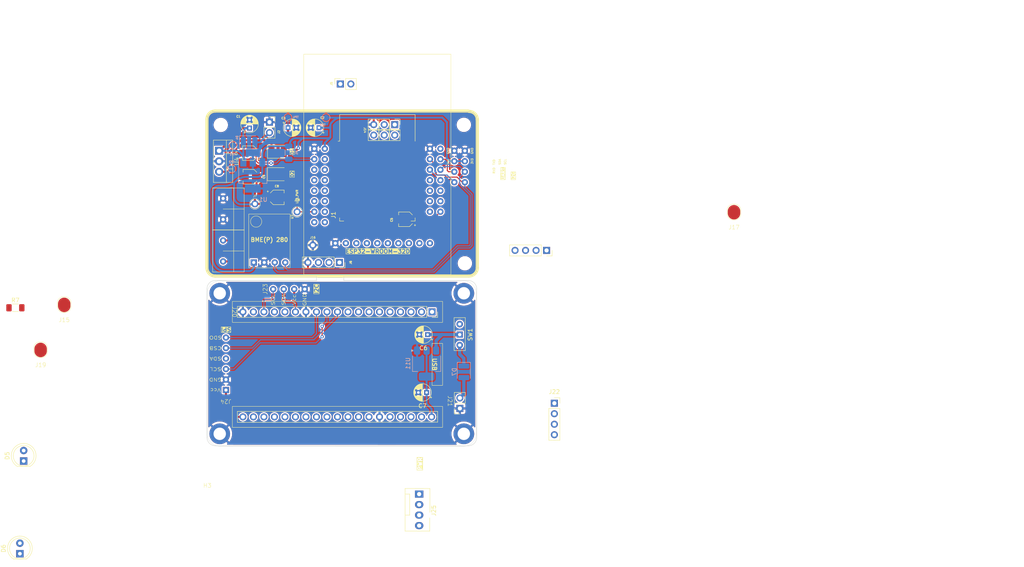
<source format=kicad_pcb>
(kicad_pcb (version 20240108) (generator "pcbnew") (generator_version "8.0")
  (layers (0 "F.Cu" signal) (31 "B.Cu" signal) (34 "B.Paste" user) (35 "F.Paste" user) (36 "B.SilkS" user "B.Silkscreen") (37 "F.SilkS" user "F.Silkscreen") (38 "B.Mask" user) (39 "F.Mask" user) (44 "Edge.Cuts" user))
  (net 0 "")
  (net 1 "GND")
  (net 2 "+3V3")
  (net 3 "+5V")
  (net 4 "/RXD")
  (net 5 "/TXD")
  (net 6 "/SDA")
  (net 7 "/GPIO_33")
  (net 8 "/SCL")
  (net 9 "/OUT3")
  (net 10 "/EN")
  (net 11 "/SOURCE2")
  (net 12 "/SOURCE1")
  (net 13 "/SOURCE3")
  (net 14 "/VDC")
  (net 15 "/DAC1")
  (net 16 "/DAC2")
  (net 17 "/GPIO39")
  (net 18 "/GPIO19")
  (net 19 "/GPIO17")
  (net 20 "/GPIO5")
  (net 21 "/GPIO18")
  (net 22 "/SD_DATA0")
  (net 23 "/ADC2_CH3")
  (net 24 "/SD_DATA3")
  (net 25 "/SD_CMD")
  (net 26 "/SD_CLK")
  (net 27 "/SD_DATA2")
  (net 28 "/SD_DATA1")
  (net 29 "/ADC2_CH0")
  (net 30 "/GPIO23")
  (net 31 "/GPIO36")
  (net 32 "/ADC2_CH2")
  (net 33 "/BOOT")
  (net 34 "/GPIO13")
  (net 35 "/SOURCE4")
  (net 36 "/SOURCE5")
  (net 37 "/SIPO_DATA")
  (net 38 "/SIPO_CLK")
  (net 39 "/SIPO_LATCH")
  (net 40 "/GPIO14")
  (net 41 "/OUT1")
  (net 42 "/VIN")
  (net 43 "Net-(D5-Pad1)")
  (net 44 "Net-(J15-Pin_1)")
  (net 45 "Net-(J19-Pin_1)")
  (net 46 "/OUT2")
  (net 58 "/ESP32-WROOM-32U Node/VIN")
  (net 63 "/ESP32-WROOM-32U Node/VDC")
  (net 74 "/ESP32-WROOM-32U Node/SPI-SDO")
  (net 75 "/ESP32-WROOM-32U Node/TX")
  (net 76 "/ESP32-WROOM-32U Node/SDA-2")
  (net 77 "/ESP32-WROOM-32U Node/SPI-CSB")
  (net 78 "/ESP32-WROOM-32U Node/SPI-SCL")
  (net 79 "/ESP32-WROOM-32U Node/SCL-2")
  (net 80 "/ESP32-WROOM-32U Node/RX")
  (net 81 "/ESP32-WROOM-32U Node/SPI-SDA")
  (net 83 "/ESP32-WROOM-32U Node/12V")
  (footprint "Capacitor_THT:CP_Radial_D4.0mm_P2.00mm" (layer "F.Cu") (at 107 44.2 180)
    (property "Reference" "C2")
    (property "Value" "1uF")
  )
  (footprint "LED_SMD:LED_1210_3225Metric_Pad1.42x2.65mm_HandSolder" (layer "F.Cu") (at 97 55.45)
    (property "Reference" "D2")
    (property "Value" "STATUS")
  )
  (footprint "Alexander Footprint Library:Board_65-40" (layer "F.Cu") (at 80 131.25)
    (property "Reference" "H3")
    (property "Value" "Project_Box_Board_65x40")
    (fp_line (start 0 -13) (end 0 -47) (stroke (width 0.05)) (layer "Edge.Cuts"))
    (fp_line (start 3 -50) (end 62 -50) (stroke (width 0.05)) (layer "Edge.Cuts"))
    (fp_line (start 62 -10) (end 3 -10) (stroke (width 0.05)) (layer "Edge.Cuts"))
    (fp_line (start 65 -47) (end 65 -13) (stroke (width 0.05)) (layer "Edge.Cuts"))
    (fp_arc (start 0 -47) (mid 0.87868 -49.12132) (end 3 -50) (stroke (width 0.05)) (layer "Edge.Cuts"))
    (fp_arc (start 3 -10) (mid 0.87868 -10.87868) (end 0 -13) (stroke (width 0.05)) (layer "Edge.Cuts"))
    (fp_arc (start 62 -50) (mid 64.12132 -49.12132) (end 65 -47) (stroke (width 0.05)) (layer "Edge.Cuts"))
    (fp_arc (start 65 -13) (mid 64.12132 -10.87868) (end 62 -10) (stroke (width 0.05)) (layer "Edge.Cuts"))
  )
  (footprint "Capacitor_SMD:CP_Elec_3x5.3" (layer "F.Cu") (at 90.3 50.35 180)
    (property "Reference" "C4")
    (property "Value" "0.1uF")
  )
  (footprint "Resistor_SMD:R_1206_3216Metric_Pad1.30x1.75mm_HandSolder" (layer "F.Cu") (at 33.612 87.7585)
    (property "Reference" "R7")
    (property "Value" "4K7")
  )
  (footprint "LED_THT:LED_D5.0mm" (layer "F.Cu") (at 34.7 147.25 90)
    (property "Reference" "D6")
    (property "Value" "LED_STATUS")
  )
  (footprint "Connector_PinSocket_2.54mm:PinSocket_1x04_P2.54mm_Vertical" (layer "F.Cu") (at 163.88 110.85)
    (property "Reference" "J22")
    (property "Value" "PWR_SATA_Conn_01x04")
  )
  (footprint "Alexander Footprint Library:Pad_1x01_P2.54_SMD" (layer "F.Cu") (at 39.712 102.098)
    (property "Reference" "J19")
    (property "Value" "LED_PWR")
  )
  (footprint "Alexanddr Footprints Library:ESP32-WROOM-Adapter-Socket-2" (layer "F.Cu") (at 121.1 56.9025)
    (property "Reference" "J1")
    (property "Value" "~")
  )
  (footprint "Alexander Footprint Library:Pad_1x01_P2.54_SMD" (layer "F.Cu") (at 45.412 91.198)
    (property "Reference" "J15")
    (property "Value" "LED_PWR")
  )
  (footprint "MountingHole:MountingHole_3mm" (layer "F.Cu") (at 142 43.5)
    (property "Reference" "H1" (hide yes))
    (property "Value" "MountingHole_Pad")
  )
  (footprint "MountingHole:MountingHole_3mm" (layer "F.Cu") (at 83.25 43.53)
    (property "Reference" "H2" (hide yes))
    (property "Value" "MountingHole_Pad")
  )
  (footprint "Alexander Footprints Library:Conn_Terminal_5mm" (layer "F.Cu") (at 83.82 53.69)
    (property "Reference" "J9" (hide yes))
    (property "Value" "Conn_01x02_Socket")
  )
  (footprint "Alexander Footprint Library:Pad_1x01_P2.54_SMD" (layer "F.Cu") (at 207.3 68.7895)
    (property "Reference" "J17")
    (property "Value" "GND")
  )
  (footprint "Connector:FanPinHeader_1x04_P2.54mm_Vertical" (layer "F.Cu") (at 131.2 132.83 -90)
    (property "Reference" "J25")
    (property "Value" "Conn_01x04_Pin")
  )
  (footprint "Capacitor_SMD:CP_Elec_3x5.3" (layer "F.Cu") (at 90.4 56.05 180)
    (property "Reference" "C9")
    (property "Value" "0.1uF")
  )
  (footprint "Capacitor_THT:CP_Radial_D4.0mm_P2.00mm" (layer "F.Cu") (at 133.25 94.25 180)
    (property "Reference" "C6")
    (property "Value" "1uF")
  )
  (footprint "Alexander Footprint Library:PinSocket_1x01_P2.54" (layer "F.Cu") (at 91.5 65.19)
    (property "Reference" "J7")
    (property "Value" "LED_PWR")
  )
  (footprint "Alexander Footprint Library:Conn_SPI" (layer "F.Cu") (at 84.5 112.74 180)
    (property "Reference" "J24")
    (property "Value" "~")
  )
  (footprint "Connector_PinSocket_2.54mm:PinSocket_1x02_P2.54mm_Vertical" (layer "F.Cu") (at 95.025 42.85)
    (property "Reference" "J2")
    (property "Value" "PWR")
  )
  (footprint "Connector_PinSocket_2.54mm:PinSocket_1x04_P2.54mm_Vertical" (layer "F.Cu") (at 111.94 76.8 -90)
    (property "Reference" "J6")
    (property "Value" "SOURCE")
  )
  (footprint "Connector_PinSocket_2.54mm:PinSocket_1x04_P2.54mm_Vertical" (layer "F.Cu") (at 162 73.875 -90)
    (property "Reference" "J10" (hide yes))
    (property "Value" "ADC")
  )
  (footprint "Capacitor_SMD:CP_Elec_3x5.3" (layer "F.Cu") (at 128 66.35 180)
    (property "Reference" "C5")
    (property "Value" "0.1uF")
  )
  (footprint "Alexander Footprint Library:PinSocket_1x02_P2.54" (layer "F.Cu") (at 142.25 107 180)
    (property "Reference" "J21")
    (property "Value" "PWR")
  )
  (footprint "Capacitor_THT:CP_Radial_D4.0mm_P2.00mm" (layer "F.Cu") (at 99.5 44.2)
    (property "Reference" "C3")
    (property "Value" "1uF")
  )
  (footprint "Alexander Footprint Library:Conn_ESP32_WROOM-DevKit-38pins" (layer "F.Cu") (at 86.06 88.75 -90)
    (property "Reference" "J20")
    (property "Value" "~")
  )
  (footprint "Capacitor_SMD:CP_Elec_3x5.3" (layer "F.Cu") (at 96.8 61.05)
    (property "Reference" "C8")
    (property "Value" "10uF")
  )
  (footprint "Alexander Footprint Library:PinSocket_1x01_P2.54" (layer "F.Cu") (at 101.7 67.12)
    (property "Reference" "J18")
    (property "Value" "LED_PWR")
  )
  (footprint "Alexander Footprint Library:Conn_I2C" (layer "F.Cu") (at 111.16 83.25 -90)
    (property "Reference" "J23")
    (property "Value" "I2C")
  )
  (footprint "Connector_PinSocket_2.54mm:PinSocket_1x02_P2.54mm_Vertical" (layer "F.Cu") (at 112.15 33.625 90)
    (property "Reference" "J5")
    (property "Value" "DAC")
  )
  (footprint "Alexander Footprint Library:CONN_2x3" (layer "F.Cu") (at 130.38 43.45 -90)
    (property "Reference" "J14")
    (property "Value" "GPIO")
  )
  (footprint "Alexander Footprints Library:Conn_UART" (layer "F.Cu") (at 139.7 42.15)
    (property "Reference" "J3" (hide yes))
    (property "Value" "UART")
  )
  (footprint "Alexander Footprint Library:SW_Slide-03_7.3x2.5x2.5_P2.54mm" (layer "F.Cu") (at 141 94.25 -90)
    (property "Reference" "SW1")
    (property "Value" "SW_SPDT")
  )
  (footprint "Alexander Footprint Library:PinSocket_1x01_P2.54" (layer "F.Cu") (at 105.5 75.19)
    (property "Reference" "J16")
    (property "Value" "GND")
  )
  (footprint "Capacitor_THT:CP_Radial_D4.0mm_P2.00mm" (layer "F.Cu") (at 90.2 44.3 90)
    (property "Reference" "C1")
    (property "Value" "1uF")
  )
  (footprint "Alexander Footprint Library:BME280_BMP280_I2C" (layer "F.Cu") (at 90 78.1 90)
    (property "Reference" "U7")
    (property "Value" "BME(P)280")
  )
  (footprint "Capacitor_THT:CP_Radial_D4.0mm_P2.00mm" (layer "F.Cu") (at 133 108.25 180)
    (property "Reference" "C7")
    (property "Value" "1uF")
  )
  (footprint "Alexander Footprint Library:LD1117" (layer "F.Cu") (at 82.855 49.77 -90)
    (property "Reference" "U4")
    (property "Value" "L7805")
  )
  (footprint "Alexander Footprints Library:Conn_I2C" (layer "F.Cu") (at 142.24 42.15)
    (property "Reference" "J4" (hide yes))
    (property "Value" "I2C")
  )
  (footprint "LED_THT:LED_D5.0mm" (layer "F.Cu") (at 35.612 124.8335 90)
    (property "Reference" "D5")
    (property "Value" "LED_PWR")
  )
  (footprint "LED_SMD:LED_1210_3225Metric_Pad1.42x2.65mm_HandSolder" (layer "F.Cu") (at 97 50)
    (property "Reference" "D1")
    (property "Value" "PWR")
  )
  (footprint "MountingHole:MountingHole_3mm" (layer "F.Cu") (at 142.25 77)
    (property "Reference" "H4" (hide yes))
    (property "Value" "MountingHole_Pad")
  )
  (footprint "Alexander Footprints Library:Conn_Terminal_5mm" (layer "F.Cu") (at 83.82 63.85)
    (property "Reference" "J8" (hide yes))
    (property "Value" "Conn_01x02_Socket")
  )
  (footprint "TestPoint:TestPoint_Pad_D1.5mm" (layer "B.Cu") (at 99.5 41.75 180)
    (property "Reference" "TP4")
    (property "Value" "5V")
  )
  (footprint "TestPoint:TestPoint_Pad_D1.5mm" (layer "B.Cu") (at 108.7 41.75 180)
    (property "Reference" "TP3")
    (property "Value" "3V3")
  )
  (footprint "Diode_SMD:D_1210_3225Metric" (layer "B.Cu") (at 142 103.25 -90)
    (property "Reference" "D7")
    (property "Value" "D")
  )
  (footprint "Resistor_SMD:R_1206_3216Metric_Pad1.30x1.75mm_HandSolder" (layer "B.Cu") (at 99.7 50.25 -90)
    (property "Reference" "R1")
    (property "Value" "10K")
  )
  (footprint "Diode_SMD:D_1210_3225Metric" (layer "B.Cu") (at 90.1 47.75)
    (property "Reference" "D4")
    (property "Value" "D")
  )
  (footprint "TestPoint:TestPoint_Pad_D1.5mm" (layer "B.Cu") (at 86.2 48.45 180)
    (property "Reference" "TP1")
    (property "Value" "VIN")
  )
  (footprint "TestPoint:TestPoint_Pad_D1.5mm" (layer "B.Cu") (at 85.9 54.15 180)
    (property "Reference" "TP2")
    (property "Value" "GND")
  )
  (footprint "Package_TO_SOT_SMD:SOT-223-3_TabPin2" (layer "B.Cu") (at 91 55.75 -90)
    (property "Reference" "U1")
    (property "Value" "AMS1117-3V3")
  )
  (footprint "Package_TO_SOT_SMD:SOT-223-3_TabPin2" (layer "B.Cu") (at 133 101.25 -90)
    (property "Reference" "U11")
    (property "Value" "AMS1117-5.0")
  )
  (gr_line (start 145.25 42.11421) (end 145.25 78.085782) (stroke (width 0.75)) (layer "F.SilkS"))
  (gr_line (start 81.914218 40.164218) (end 143.08579 40.164218) (stroke (width 0.75)) (layer "F.SilkS"))
  (gr_arc (start 145.25 78.085782) (mid 144.66422 79.500007) (end 143.25 80.085782) (stroke (width 0.75)) (layer "F.SilkS"))
  (gr_line (start 79.914218 42.11421) (end 79.914218 78.085782) (stroke (width 0.75)) (layer "F.SilkS"))
  (gr_arc (start 81.914218 80.085782) (mid 80.499999 79.500001) (end 79.914218 78.085782) (stroke (width 0.75)) (layer "F.SilkS"))
  (gr_arc (start 143.25 40.25) (mid 144.664214 40.835786) (end 145.25 42.25) (stroke (width 0.75)) (layer "F.SilkS"))
  (gr_arc (start 79.914218 42.164218) (mid 80.499999 40.749999) (end 81.914218 40.164218) (stroke (width 0.75)) (layer "F.SilkS"))
  (gr_line (start 81.914214 80.085782) (end 143.085786 80.085782) (stroke (width 0.75)) (layer "F.SilkS"))
  (gr_line (start 82.014214 80.235786) (end 106.4 80.25) (stroke (width 0.1)) (layer "Edge.Cuts"))
  (gr_line (start 80 42.25) (end 80.014214 78.235786) (stroke (width 0.1)) (layer "Edge.Cuts"))
  (gr_arc (start 79.921321 83.157107) (mid 80.507106 81.742896) (end 81.921321 81.157107) (stroke (width 0.1)) (layer "Edge.Cuts"))
  (gr_line (start 81.921321 121.128679) (end 143.107107 121.142893) (stroke (width 0.1)) (layer "Edge.Cuts"))
  (gr_arc (start 81.921321 121.128679) (mid 80.507101 120.542899) (end 79.921321 119.128679) (stroke (width 0.1)) (layer "Edge.Cuts"))
  (gr_line (start 143.092893 81.157107) (end 113 81.15) (stroke (width 0.1)) (layer "Edge.Cuts"))
  (gr_arc (start 145.107107 119.142893) (mid 144.521321 120.557107) (end 143.107107 121.142893) (stroke (width 0.1)) (layer "Edge.Cuts"))
  (gr_line (start 106.4 81.15) (end 81.921321 81.157107) (stroke (width 0.1)) (layer "Edge.Cuts"))
  (gr_arc (start 143.185786 40.264214) (mid 144.600004 40.849996) (end 145.185786 42.264214) (stroke (width 0.1)) (layer "Edge.Cuts"))
  (gr_line (start 113 80.25) (end 143.185786 80.235786) (stroke (width 0.1)) (layer "Edge.Cuts"))
  (gr_arc (start 82.014214 80.235786) (mid 80.599996 79.650004) (end 80.014214 78.235786) (stroke (width 0.1)) (layer "Edge.Cuts"))
  (gr_line (start 145.185786 42.264214) (end 145.185786 78.235786) (stroke (width 0.1)) (layer "Edge.Cuts"))
  (gr_arc (start 80 42.25) (mid 80.585786 40.835786) (end 82 40.25) (stroke (width 0.1)) (layer "Edge.Cuts"))
  (gr_line (start 145.107107 119.142893) (end 145.092893 83.157107) (stroke (width 0.1)) (layer "Edge.Cuts"))
  (gr_line (start 79.921321 119.128679) (end 79.921321 83.157107) (stroke (width 0.1)) (layer "Edge.Cuts"))
  (gr_line (start 106.4 81.15) (end 106.4 80.25) (stroke (width 0.1)) (layer "Edge.Cuts"))
  (gr_arc (start 145.185786 78.235786) (mid 144.600004 79.650004) (end 143.185786 80.235786) (stroke (width 0.1)) (layer "Edge.Cuts"))
  (gr_arc (start 143.092893 81.157107) (mid 144.507112 81.742888) (end 145.092893 83.157107) (stroke (width 0.1)) (layer "Edge.Cuts"))
  (gr_line (start 113 81.15) (end 113 80.25) (stroke (width 0.1)) (layer "Edge.Cuts"))
  (gr_line (start 143.185786 40.264214) (end 82 40.25) (stroke (width 0.1)) (layer "Edge.Cuts"))
  (gr_text "PWR" (at 132 127.25 90) (layer "F.SilkS" knockout) (effects (font (size 1 1) (thickness 0.25) (bold yes)) (justify left bottom)))
  (segment (start 84.21 66) (end 83.82 66.39) (width 0.5) (layer "F.Cu") (net 1))
  (segment (start 95.5 54.8625) (end 95.5125 54.85) (width 0.25) (layer "F.Cu") (net 1))
  (segment (start 95.5 55.4625) (end 95.5125 55.45) (width 0.25) (layer "F.Cu") (net 1))
  (segment (start 91.5 59.65) (end 91.9 59.25) (width 0.5) (layer "F.Cu") (net 2))
  (segment (start 101.15 50) (end 102 49.15) (width 0.5) (layer "F.Cu") (net 2))
  (segment (start 84.5 107.66) (end 84.5 112.25) (width 0.5) (layer "F.Cu") (net 2))
  (segment (start 87.75 85.75) (end 100 85.75) (width 0.5) (layer "F.Cu") (net 2))
  (segment (start 94.63 62.62) (end 91.5 62.62) (width 0.5) (layer "F.Cu") (net 2))
  (segment (start 101 84.75) (end 101 83.25) (width 0.5) (layer "F.Cu") (net 2))
  (segment (start 88.6 114.15) (end 86.4 114.15) (width 0.5) (layer "F.Cu") (net 2))
  (segment (start 84.5 112.25) (end 85.25 113) (width 0.5) (layer "F.Cu") (net 2))
  (segment (start 91.9 59.25) (end 91.9 56.05) (width 0.5) (layer "F.Cu") (net 2))
  (segment (start 98.4875 50) (end 101.15 50) (width 0.5) (layer "F.Cu") (net 2))
  (segment (start 95.3 61.05) (end 95.3 61.95) (width 0.5) (layer "F.Cu") (net 2))
  (segment (start 95.3 61.95) (end 94.63 62.62) (width 0.5) (layer "F.Cu") (net 2))
  (segment (start 82.25 110) (end 82.25 91.25) (width 0.5) (layer "F.Cu") (net 2))
  (segment (start 91.5 62.62) (end 91.5 59.65) (width 0.5) (layer "F.Cu") (net 2))
  (segment (start 82.25 91.25) (end 87.75 85.75) (width 0.5) (layer "F.Cu") (net 2))
  (segment (start 86.4 114.15) (end 85.25 113) (width 0.5) (layer "F.Cu") (net 2))
  (segment (start 100 85.75) (end 101 84.75) (width 0.5) (layer "F.Cu") (net 2))
  (segment (start 85.25 113) (end 82.25 110) (width 0.5) (layer "F.Cu") (net 2))
  (via (at 102 49.15) (size 0.8) (drill 0.4) (layers "F.Cu" "B.Cu") (net 2))
  (segment (start 96.075 48.7) (end 97.525 48.7) (width 0.5) (layer "B.Cu") (net 2))
  (segment (start 108.4 49.2825) (end 108.4 47.85) (width 0.5) (layer "B.Cu") (net 2))
  (segment (start 109.408578 44.2) (end 107 44.2) (width 0.5) (layer "B.Cu") (net 2))
  (segment (start 109.5 46.75) (end 109.75 46.5) (width 0.5) (layer "B.Cu") (net 2))
  (segment (start 81.3 75.997918) (end 81.3 59.75104) (width 0.5) (layer "B.Cu") (net 2))
  (segment (start 93.3 54.905025) (end 93.3 52.6) (width 0.5) (layer "B.Cu") (net 2))
  (segment (start 100 48.7) (end 100 48.03033) (width 0.5) (layer "B.Cu") (net 2))
  (segment (start 137.9 51.55) (end 138.66 52.31) (width 0.5) (layer "B.Cu") (net 2))
  (segment (start 84.202081 78.9) (end 89.990883 78.9) (width 0.5) (layer "B.Cu") (net 2))
  (segment (start 109.75 45) (end 109.75 44.141421) (width 0.5) (layer "B.Cu") (net 2))
  (segment (start 103 46.75) (end 101.28033 46.75) (width 0.5) (layer "B.Cu") (net 2))
  (segment (start 109.75 43.858578) (end 109.75 44.141421) (width 0.5) (layer "B.Cu") (net 2))
  (segment (start 138.66 52.31) (end 139.7 52.31) (width 0.5) (layer "B.Cu") (net 2))
  (segment (start 139.7 52.31) (end 142.24 52.31) (width 0.5) (layer "B.Cu") (net 2))
  (segment (start 129.1 41.75) (end 136.8 41.75) (width 0.5) (layer "B.Cu") (net 2))
  (segment (start 112.31066 41.75) (end 129.1 41.75) (width 0.5) (layer "B.Cu") (net 2))
  (segment (start 88.207106 62.75) (end 91.5 62.75) (width 0.5) (layer "B.Cu") (net 2))
  (segment (start 86.5 61.042893) (end 86.5 57.5) (width 0.5) (layer "B.Cu") (net 2))
  (segment (start 103 46.75) (end 109.5 46.75) (width 0.5) (layer "B.Cu") (net 2))
  (segment (start 137.9 42.85) (end 137.9 51.55) (width 0.5) (layer "B.Cu") (net 2))
  (segment (start 91.22 77.670883) (end 91.22 76.8) (width 0.5) (layer "B.Cu") (net 2))
  (segment (start 89.455634 56.1) (end 92.105025 56.1) (width 0.5) (layer "B.Cu") (net 2))
  (segment (start 96.075 48.7) (end 95.177817 48.7) (width 0.5) (layer "B.Cu") (net 2))
  (segment (start 136.8 41.75) (end 137.9 42.85) (width 0.5) (layer "B.Cu") (net 2))
  (segment (start 108.4 47.85) (end 109.75 46.5) (width 0.5) (layer "B.Cu") (net 2))
  (segment (start 109.75 46.5) (end 109.75 45) (width 0.5) (layer "B.Cu") (net 2))
  (segment (start 110.015165 42.984834) (end 110.5 42.5) (width 0.5) (layer "B.Cu") (net 2))
  (segment (start 102 47.75) (end 103 46.75) (width 0.5) (layer "B.Cu") (net 2))
  (segment (start 109.75 43.858578) (end 109.75 43.625) (width 0.5) (layer "B.Cu") (net 2))
  (segment (start 93.3 52.6) (end 93.3 50.577817) (width 0.5) (layer "B.Cu") (net 2))
  (segment (start 82.75104 58.3) (end 84.144365 58.3) (width 0.5) (layer "B.Cu") (net 2))
  (segment (start 102 49.15) (end 102 47.75) (width 0.5) (layer "B.Cu") (net 2))
  (segment (start 129.3 41.75) (end 129.1 41.75) (width 0.5) (layer "B.Cu") (net 2))
  (segment (start 108.7 41.75) (end 112.31066 41.75) (width 0.5) (layer "B.Cu") (net 2))
  (segment (start 100 48.7) (end 97.525 48.7) (width 0.5) (layer "B.Cu") (net 2))
  (arc (start 93.3 54.905025) (mid 93.209037 55.362322) (end 92.95 55.75) (width 0.5) (layer "B.Cu") (net 2))
  (arc (start 86.8 57.2) (mid 85.581584 58.014119) (end 84.144365 58.3) (width 0.5) (layer "B.Cu") (net 2))
  (arc (start 89.455634 56.1) (mid 88.018415 56.38588) (end 86.8 57.2) (width 0.5) (layer "B.Cu") (net 2))
  (arc (start 86.5 61.042893) (mid 86.629945 61.696174) (end 87 62.25) (width 0.5) (layer "B.Cu") (net 2))
  (arc (start 82.75104 58.3) (mid 82.195751 58.410453) (end 81.725 58.725) (width 0.5) (layer "B.Cu") (net 2))
  (arc (start 92.95 55.75) (mid 92.562322 56.009037) (end 92.105025 56.1) (width 0.5) (layer "B.Cu") (net 2))
  (arc (start 109.75 43.625) (mid 109.818914 43.278544) (end 110.015165 42.984834) (width 0.5) (layer "B.Cu") (net 2))
  (arc (start 95.177817 48.7) (mid 94.459207 48.84294) (end 93.85 49.25) (width 0.5) (layer "B.Cu") (net 2))
  (arc (start 82.15 78.05) (mid 83.091502 78.679092) (end 84.202081 78.9) (width 0.5) (layer "B.Cu") (net 2))
  (arc (start 109.75 44.141421) (mid 109.713838 44.087301) (end 109.65 44.1) (width 0.5) (layer "B.Cu") (net 2))
  (arc (start 93.85 49.25) (mid 93.44294 49.859207) (end 93.3 50.577817) (width 0.5) (layer "B.Cu") (net 2))
  (arc (start 90.86 78.54) (mid 90.461245 78.806439) (end 89.990883 78.9) (width 0.5) (layer "B.Cu") (net 2))
  (arc (start 109.65 44.1) (mid 109.539234 44.17401) (end 109.408578 44.2) (width 0.5) (layer "B.Cu") (net 2))
  (arc (start 87 62.25) (mid 87.553825 62.620054) (end 88.207106 62.75) (width 0.5) (layer "B.Cu") (net 2))
  (arc (start 81.725 58.725) (mid 81.410453 59.195751) (end 81.3 59.75104) (width 0.5) (layer "B.Cu") (net 2))
  (arc (start 101.28033 46.75) (mid 100.790368 46.847459) (end 100.375 47.125) (width 0.5) (layer "B.Cu") (net 2))
  (arc (start 91.22 77.670883) (mid 91.126439 78.141245) (end 90.86 78.54) (width 0.5) (layer "B.Cu") (net 2))
  (arc (start 110.5 42.5) (mid 111.330737 41.944918) (end 112.31066 41.75) (width 0.5) (layer "B.Cu") (net 2))
  (arc (start 109.65 44.1) (mid 109.72401 43.989234) (end 109.75 43.858578) (width 0.5) (layer "B.Cu") (net 2))
  (arc (start 100.375 47.125) (mid 100.097459 47.540368) (end 100 48.03033) (width 0.5) (layer "B.Cu") (net 2))
  (arc (start 81.3 75.997918) (mid 81.520907 77.108496) (end 82.15 78.05) (width 0.5) (layer "B.Cu") (net 2))
  (segment (start 99.5 45.693413) (end 99.5 44.2) (width 0.5) (layer "F.Cu") (net 3))
  (segment (start 98.6375 46.9625) (end 99.2125 46.3875) (width 0.5) (layer "F.Cu") (net 3))
  (segment (start 88.1 47.25) (end 97.943413 47.25) (width 0.5) (layer "F.Cu") (net 3))
  (segment (start 84.9 54.85) (end 85.4 54.35) (width 0.5) (layer "F.Cu") (net 3))
  (segment (start 85.4 54.35) (end 85.4 49.95) (width 0.5) (layer "F.Cu") (net 3))
  (segment (start 82.855 54.85) (end 84.9 54.85) (width 0.5) (layer "F.Cu") (net 3))
  (segment (start 85.4 49.95) (end 88.1 47.25) (width 0.5) (layer "F.Cu") (net 3))
  (arc (start 97.943413 47.25) (mid 98.31905 47.175281) (end 98.6375 46.9625) (width 0.5) (layer "F.Cu") (net 3))
  (arc (start 99.5 45.693413) (mid 99.425281 46.06905) (end 99.2125 46.3875) (width 0.5) (layer "F.Cu") (net 3))
  (segment (start 133 98.1) (end 133 104.4) (width 0.5) (layer "B.Cu") (net 3))
  (segment (start 133 108.25) (end 133 104.4) (width 0.5) (layer "B.Cu") (net 3))
  (segment (start 133 111) (end 133 108.25) (width 0.5) (layer "B.Cu") (net 3))
  (segment (start 134.21 114.15) (end 134.21 112.21) (width 0.5) (layer "B.Cu") (net 3))
  (segment (start 134.21 112.21) (end 133 111) (width 0.5) (layer "B.Cu") (net 3))
  (segment (start 99.5 42.25) (end 99.5 44.2) (width 0.25) (layer "B.Cu") (net 3))
  (segment (start 139.7 57.35) (end 139.7 57.39) (width 0.25) (layer "F.Cu") (net 4))
  (segment (start 140.3 57.45) (end 139.3 57.45) (width 0.25) (layer "F.Cu") (net 4))
  (segment (start 139.04 57.39) (end 139.7 57.39) (width 0.25) (layer "F.Cu") (net 4))
  (segment (start 137.96 55.65) (end 139.7 57.39) (width 0.25) (layer "B.Cu") (net 4))
  (segment (start 133.8 54.3625) (end 135.0875 55.65) (width 0.25) (layer "B.Cu") (net 4))
  (segment (start 135.0875 55.65) (end 137.96 55.65) (width 0.25) (layer "B.Cu") (net 4))
  (segment (start 138 52.25) (end 137.5725 51.8225) (width 0.25) (layer "F.Cu") (net 5))
  (segment (start 139.7 54.85) (end 138.3 54.85) (width 0.25) (layer "F.Cu") (net 5))
  (segment (start 137.5725 51.8225) (end 136.34 51.8225) (width 0.25) (layer "F.Cu") (net 5))
  (segment (start 138 54.55) (end 138 52.25) (width 0.25) (layer "F.Cu") (net 5))
  (segment (start 138.3 54.85) (end 138 54.55) (width 0.25) (layer "F.Cu") (net 5))
  (segment (start 139.7 54.85) (end 139.5 54.85) (width 0.25) (layer "F.Cu") (net 5))
  (segment (start 142.24 54.85) (end 142.24 55.51) (width 0.25) (layer "F.Cu") (net 6))
  (segment (start 98.84 76.8) (end 98.84 78.09) (width 0.25) (layer "B.Cu") (net 6))
  (segment (start 141 57.95) (end 141 56.09) (width 0.25) (layer "B.Cu") (net 6))
  (segment (start 140.990501 53.600501) (end 142.24 54.85) (width 0.25) (layer "B.Cu") (net 6))
  (segment (start 136.34 54.3625) (end 137.101999 53.600501) (width 0.25) (layer "B.Cu") (net 6))
  (segment (start 143.281802 72.781802) (end 143.55 72.513604) (width 0.25) (layer "B.Cu") (net 6))
  (segment (start 99.4 78.65) (end 130.7 78.65) (width 0.25) (layer "B.Cu") (net 6))
  (segment (start 130.7 78.65) (end 134.55 78.65) (width 0.25) (layer "B.Cu") (net 6))
  (segment (start 143.55 72.513604) (end 143.55 60.5) (width 0.25) (layer "B.Cu") (net 6))
  (segment (start 143.55 60.5) (end 141 57.95) (width 0.25) (layer "B.Cu") (net 6))
  (segment (start 140.418198 72.781802) (end 143.281802 72.781802) (width 0.25) (layer "B.Cu") (net 6))
  (segment (start 98.84 78.09) (end 99.4 78.65) (width 0.25) (layer "B.Cu") (net 6))
  (segment (start 141 56.09) (end 142.24 54.85) (width 0.25) (layer "B.Cu") (net 6))
  (segment (start 137.101999 53.600501) (end 140.990501 53.600501) (width 0.25) (layer "B.Cu") (net 6))
  (segment (start 134.55 78.65) (end 140.418198 72.781802) (width 0.25) (layer "B.Cu") (net 6))
  (segment (start 135.1 55.15) (end 135.6 55.65) (width 0.25) (layer "F.Cu") (net 8))
  (segment (start 133.8 51.8225) (end 135.1 53.1225) (width 0.25) (layer "F.Cu") (net 8))
  (segment (start 141.603604 57.39) (end 142.24 57.39) (width 0.25) (layer "F.Cu") (net 8))
  (segment (start 137.3 55.65) (end 137.8 56.15) (width 0.25) (layer "F.Cu") (net 8))
  (segment (start 135.1 53.1225) (end 135.1 55.15) (width 0.25) (layer "F.Cu") (net 8))
  (segment (start 135.6 55.65) (end 137.3 55.65) (width 0.25) (layer "F.Cu") (net 8))
  (segment (start 140.363604 56.15) (end 141.603604 57.39) (width 0.25) (layer "F.Cu") (net 8))
  (segment (start 137.8 56.15) (end 140.363604 56.15) (width 0.25) (layer "F.Cu") (net 8))
  (segment (start 142.24 58.553604) (end 142.24 57.39) (width 0.25) (layer "B.Cu") (net 8))
  (segment (start 144 72.7) (end 144 60.313604) (width 0.25) (layer "B.Cu") (net 8))
  (segment (start 134.8 79.1) (end 140.6 73.3) (width 0.25) (layer "B.Cu") (net 8))
  (segment (start 140.6 73.3) (end 143.4 73.3) (width 0.25) (layer "B.Cu") (net 8))
  (segment (start 96.3 76.8) (end 96.3 78.45) (width 0.25) (layer "B.Cu") (net 8))
  (segment (start 143.4 73.3) (end 144 72.7) (width 0.25) (layer "B.Cu") (net 8))
  (segment (start 96.3 78.45) (end 96.95 79.1) (width 0.25) (layer "B.Cu") (net 8))
  (segment (start 144 60.313604) (end 142.24 58.553604) (width 0.25) (layer "B.Cu") (net 8))
  (segment (start 96.95 79.1) (end 134.8 79.1) (width 0.25) (layer "B.Cu") (net 8))
  (segment (start 92.3 52.75) (end 91.8 52.25) (width 0.25) (layer "F.Cu") (net 10))
  (segment (start 91.8 52.25) (end 91.8 50.35) (width 0.25) (layer "F.Cu") (net 10))
  (segment (start 95.4 52.75) (end 92.3 52.75) (width 0.25) (layer "F.Cu") (net 10))
  (via (at 95.4 52.75) (size 0.8) (drill 0.4) (layers "F.Cu" "B.Cu") (net 10))
  (segment (start 95.4 52.75) (end 96.7 52.75) (width 0.25) (layer "B.Cu") (net 10))
  (segment (start 101.4 51.8) (end 101.45 51.8) (width 0.25) (layer "B.Cu") (net 10))
  (segment (start 105.86 51.8225) (end 101.4225 51.8225) (width 0.25) (layer "B.Cu") (net 10))
  (segment (start 99.7 51.8) (end 101.4 51.8) (width 0.25) (layer "B.Cu") (net 10))
  (segment (start 97.65 51.8) (end 99.7 51.8) (width 0.25) (layer "B.Cu") (net 10))
  (segment (start 101.4225 51.8225) (end 101.4 51.8) (width 0.25) (layer "B.Cu") (net 10))
  (segment (start 96.7 52.75) (end 97.65 51.8) (width 0.25) (layer "B.Cu") (net 10))
  (segment (start 86.37 71.47) (end 88 73.1) (width 0.5) (layer "F.Cu") (net 11))
  (segment (start 88 73.1) (end 99 73.1) (width 0.5) (layer "F.Cu") (net 11))
  (segment (start 83.82 71.47) (end 86.37 71.47) (width 0.5) (layer "F.Cu") (net 11))
  (segment (start 86.275 76.55) (end 88.075 74.75) (width 0.5) (layer "F.Cu") (net 12))
  (segment (start 83.82 76.55) (end 86.275 76.55) (width 0.5) (layer "F.Cu") (net 12))
  (segment (start 88.075 74.75) (end 99.75 74.75) (width 0.5) (layer "F.Cu") (net 12))
  (segment (start 95.025 45.425) (end 92.7 47.75) (width 0.5) (layer "B.Cu") (net 14))
  (segment (start 92.7 47.75) (end 91.5 47.75) (width 0.5) (layer "B.Cu") (net 14))
  (segment (start 95.025 45.39) (end 95.025 45.425) (width 0.5) (layer "B.Cu") (net 14))
  (segment (start 129.5 66.35) (end 134.5125 66.35) (width 0.25) (layer "F.Cu") (net 33))
  (segment (start 134.5125 66.35) (end 136.34 64.5225) (width 0.25) (layer "F.Cu") (net 33))
  (segment (start 101.7 56.05) (end 101.1 55.45) (width 0.25) (layer "F.Cu") (net 40))
  (segment (start 101.7 64.55) (end 105.8325 64.55) (width 0.25) (layer "F.Cu") (net 40))
  (segment (start 105.8325 64.55) (end 105.86 64.5225) (width 0.25) (layer "F.Cu") (net 40))
  (segment (start 101.1 55.45) (end 98.4875 55.45) (width 0.25) (layer "F.Cu") (net 40))
  (segment (start 101.7 64.55) (end 101.7 56.05) (width 0.25) (layer "F.Cu") (net 40))
  (segment (start 82.98 49.77) (end 82.855 49.77) (width 0.5) (layer "F.Cu") (net 42))
  (segment (start 90.2 44.3) (end 88.45 44.3) (width 0.5) (layer "F.Cu") (net 42))
  (segment (start 88.45 44.3) (end 82.98 49.77) (width 0.5) (layer "F.Cu") (net 42))
  (segment (start 88.7 50.546446) (end 88.7 51.253553) (width 0.5) (layer "B.Cu") (net 42))
  (segment (start 88.7 45.153553) (end 88.7 47.4) (width 0.5) (layer "B.Cu") (net 42))
  (segment (start 86.2 49.11) (end 86.2 48.45) (width 0.25) (layer "B.Cu") (net 42))
  (segment (start 88.45 50.65) (end 88.2 50.4) (width 0.5) (layer "B.Cu") (net 42))
  (segment (start 88.7 50.546446) (end 88.7 47.4) (width 0.5) (layer "B.Cu") (net 42))
  (segment (start 88.45 50.65) (end 88.054368 50.254368) (width 0.5) (layer "B.Cu") (net 42))
  (segment (start 89.553553 44.3) (end 90.2 44.3) (width 0.5) (layer "B.Cu") (net 42))
  (segment (start 88.7 51.253553) (end 88.7 52.6) (width 0.5) (layer "B.Cu") (net 42))
  (segment (start 86.86 49.77) (end 85.54 49.77) (width 0.5) (layer "B.Cu") (net 42))
  (segment (start 86.885 49.77) (end 86.86 49.77) (width 0.5) (layer "B.Cu") (net 42))
  (segment (start 85.54 49.77) (end 82.855 49.77) (width 0.5) (layer "B.Cu") (net 42))
  (arc (start 89.553553 44.3) (mid 89.226912 44.364972) (end 88.95 44.55) (width 0.5) (layer "B.Cu") (net 42))
  (arc (start 86.2 49.11) (mid 86.393309 49.57669) (end 86.86 49.77) (width 0.25) (layer "B.Cu") (net 42))
  (arc (start 88.7 51.253553) (mid 88.635027 50.926912) (end 88.45 50.65) (width 0.5) (layer "B.Cu") (net 42))
  (arc (start 88.45 50.65) (mid 88.45 50.65) (end 88.45 50.65) (width 0.5) (layer "B.Cu") (net 42))
  (arc (start 88.45 50.65) (mid 88.609596 50.681745) (end 88.7 50.546446) (width 0.5) (layer "B.Cu") (net 42))
  (arc (start 88.054368 50.254368) (mid 87.517857 49.895883) (end 86.885 49.77) (width 0.5) (layer "B.Cu") (net 42))
  (arc (start 88.95 44.55) (mid 88.764972 44.826912) (end 88.7 45.153553) (width 0.5) (layer "B.Cu") (net 42))
  (segment (start 141 94.25) (end 136.75 94.25) (width 0.8) (layer "B.Cu") (net 58))
  (segment (start 136.75 94.25) (end 133.25 94.25) (width 0.8) (layer "B.Cu") (net 58))
  (segment (start 135.3 98.1) (end 135.3 95.7) (width 0.8) (layer "B.Cu") (net 58))
  (segment (start 135.3 95.7) (end 136.75 94.25) (width 0.8) (layer "B.Cu") (net 58))
  (segment (start 141 99) (end 142 100) (width 0.8) (layer "B.Cu") (net 63))
  (segment (start 142 100) (end 142 101.85) (width 0.8) (layer "B.Cu") (net 63))
  (segment (start 141.04 109.57) (end 142 108.61) (width 0.8) (layer "B.Cu") (net 63))
  (segment (start 141 96.79) (end 141 99) (width 0.8) (layer "B.Cu") (net 63))
  (segment (start 142 108.61) (end 142 104.65) (width 0.8) (layer "B.Cu") (net 63))
  (segment (start 105.415 94.96) (end 106.38 93.995) (width 0.25) (layer "B.Cu") (net 74))
  (segment (start 106.38 93.995) (end 106.38 88.75) (width 0.25) (layer "B.Cu") (net 74))
  (segment (start 84.5 94.96) (end 105.415 94.96) (width 0.25) (layer "B.Cu") (net 74))
  (segment (start 101.3 86.8) (end 100.75 86.25) (width 0.25) (layer "B.Cu") (net 76))
  (segment (start 99 86.25) (end 98.46 85.71) (width 0.25) (layer "B.Cu") (net 76))
  (segment (start 98.46 85.71) (end 98.46 83.25) (width 0.25) (layer "B.Cu") (net 76))
  (segment (start 100.75 86.25) (end 99 86.25) (width 0.25) (layer "B.Cu") (net 76))
  (segment (start 101.3 88.75) (end 101.3 86.8) (width 0.25) (layer "B.Cu") (net 76))
  (segment (start 90.863604 97.5) (end 92.863604 95.5) (width 0.25) (layer "B.Cu") (net 77))
  (segment (start 92.863604 95.5) (end 105.75 95.5) (width 0.25) (layer "B.Cu") (net 77))
  (segment (start 105.75 95.5) (end 111.46 89.79) (width 0.25) (layer "B.Cu") (net 77))
  (segment (start 84.5 97.5) (end 90.863604 97.5) (width 0.25) (layer "B.Cu") (net 77))
  (segment (start 111.46 89.79) (end 111.46 88.75) (width 0.25) (layer "B.Cu") (net 77))
  (segment (start 107.75 92.25) (end 107.75 94.75) (width 0.25) (layer "F.Cu") (net 78))
  (via (at 107.75 92.25) (size 0.8) (drill 0.4) (layers "F.Cu" "B.Cu") (net 78))
  (via (at 107.75 94.75) (size 0.8) (drill 0.4) (layers "F.Cu" "B.Cu") (net 78))
  (segment (start 86.42 102.58) (end 92.75 96.25) (width 0.25) (layer "B.Cu") (net 78))
  (segment (start 106.25 96.25) (end 107.75 94.75) (width 0.25) (layer "B.Cu") (net 78))
  (segment (start 108.92 88.75) (end 108.92 91.08) (width 0.25) (layer "B.Cu") (net 78))
  (segment (start 92.75 96.25) (end 106.25 96.25) (width 0.25) (layer "B.Cu") (net 78))
  (segment (start 84.5 102.58) (end 86.42 102.58) (width 0.25) (layer "B.Cu") (net 78))
  (segment (start 108.92 91.08) (end 107.75 92.25) (width 0.25) (layer "B.Cu") (net 78))
  (segment (start 94 85.75) (end 95.25 85.75) (width 0.25) (layer "B.Cu") (net 79))
  (segment (start 93.68 86.07) (end 94 85.75) (width 0.25) (layer "B.Cu") (net 79))
  (segment (start 95.25 85.75) (end 95.92 85.08) (width 0.25) (layer "B.Cu") (net 79))
  (segment (start 93.68 88.75) (end 93.68 86.07) (width 0.25) (layer "B.Cu") (net 79))
  (segment (start 95.92 85.08) (end 95.92 83.25) (width 0.25) (layer "B.Cu") (net 79))
  (zone (net 1) (net_name "GND") (layer "F.Cu") (priority 1) (connect_pads (clearance 0)) (min_thickness 0.25) (fill yes (thermal_gap 0.5) (thermal_bridge_width 0.5))
    (polygon (pts (xy 80 40.25) (xy 80.3 80.35) (xy 145.55 80.35) (xy 145.25 40.25)))
  )
  (zone (net 1) (net_name "GND") (layer "F.Cu") (priority 2) (connect_pads (clearance 0)) (min_thickness 0.25) (fill yes (thermal_gap 0.5) (thermal_bridge_width 0.5))
    (polygon (pts (xy 79.8 121.45) (xy 145.7 121.45) (xy 145.2 80.95) (xy 79.5 80.95)))
  )
  (zone (net 1) (net_name "GND") (layer "B.Cu") (connect_pads (clearance 0)) (min_thickness 0.25) (fill yes (thermal_gap 0.5) (thermal_bridge_width 0.5))
    (polygon (pts (xy 80 40.25) (xy 145.2 40.25) (xy 145.4 80.45) (xy 80.2 80.45)))
  )
  (zone (net 1) (net_name "GND") (layer "B.Cu") (priority 3) (connect_pads (clearance 0)) (min_thickness 0.25) (fill yes (thermal_gap 0.5) (thermal_bridge_width 0.5))
    (polygon (pts (xy 145.6 121.45) (xy 145.2 80.95) (xy 79.5 80.95) (xy 79.7 121.45)))
  )
)
</source>
